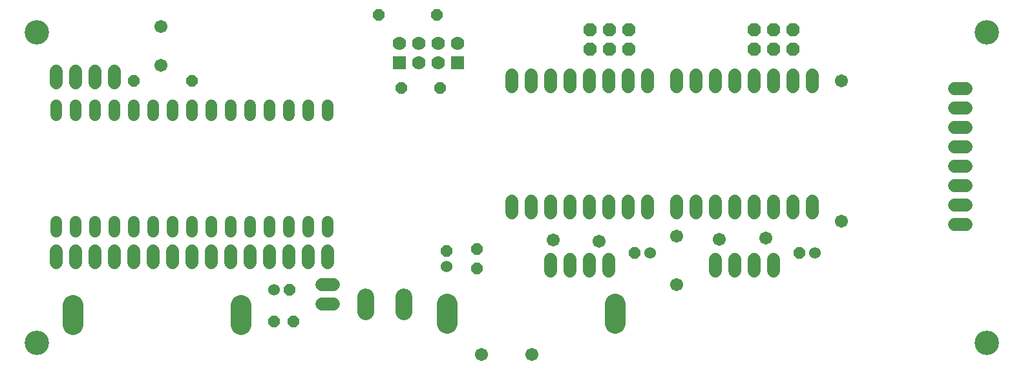
<source format=gbr>
G04 EAGLE Gerber RS-274X export*
G75*
%MOMM*%
%FSLAX34Y34*%
%LPD*%
%INSoldermask Bottom*%
%IPPOS*%
%AMOC8*
5,1,8,0,0,1.08239X$1,22.5*%
G01*
%ADD10C,3.203200*%
%ADD11C,1.727200*%
%ADD12C,1.511200*%
%ADD13C,2.184400*%
%ADD14P,1.869504X8X202.500000*%
%ADD15R,1.778200X1.778200*%
%ADD16C,1.778200*%
%ADD17P,1.649562X8X22.500000*%
%ADD18P,1.649562X8X202.500000*%
%ADD19C,1.524000*%
%ADD20P,1.649562X8X112.500000*%
%ADD21C,2.743200*%
%ADD22C,1.703200*%


D10*
X25400Y711200D03*
X25400Y304800D03*
X1270000Y304800D03*
X1270000Y711200D03*
D11*
X774700Y414020D02*
X774700Y398780D01*
X749300Y398780D02*
X749300Y414020D01*
X723900Y414020D02*
X723900Y398780D01*
X698500Y398780D02*
X698500Y414020D01*
D12*
X406400Y603060D02*
X406400Y616140D01*
X381000Y616140D02*
X381000Y603060D01*
X355600Y603060D02*
X355600Y616140D01*
X330200Y616140D02*
X330200Y603060D01*
X304800Y603060D02*
X304800Y616140D01*
X279400Y616140D02*
X279400Y603060D01*
X254000Y603060D02*
X254000Y616140D01*
X228600Y616140D02*
X228600Y603060D01*
X203200Y603060D02*
X203200Y616140D01*
X177800Y616140D02*
X177800Y603060D01*
X152400Y603060D02*
X152400Y616140D01*
X127000Y616140D02*
X127000Y603060D01*
X406400Y463740D02*
X406400Y450660D01*
X381000Y450660D02*
X381000Y463740D01*
X355600Y463740D02*
X355600Y450660D01*
X203200Y450660D02*
X203200Y463740D01*
X177800Y463740D02*
X177800Y450660D01*
X152400Y450660D02*
X152400Y463740D01*
X127000Y463740D02*
X127000Y450660D01*
X50800Y450660D02*
X50800Y463740D01*
X50800Y603060D02*
X50800Y616140D01*
X76200Y616140D02*
X76200Y603060D01*
X101600Y603060D02*
X101600Y616140D01*
X76200Y463740D02*
X76200Y450660D01*
X101600Y450660D02*
X101600Y463740D01*
X330200Y463740D02*
X330200Y450660D01*
X228600Y450660D02*
X228600Y463740D01*
X254000Y463740D02*
X254000Y450660D01*
X279400Y450660D02*
X279400Y463740D01*
X304800Y463740D02*
X304800Y450660D01*
D11*
X1228090Y637540D02*
X1243330Y637540D01*
X1243330Y612140D02*
X1228090Y612140D01*
X1228090Y586740D02*
X1243330Y586740D01*
X1243330Y561340D02*
X1228090Y561340D01*
X1228090Y535940D02*
X1243330Y535940D01*
X1243330Y510540D02*
X1228090Y510540D01*
X1228090Y485140D02*
X1243330Y485140D01*
X1243330Y459740D02*
X1228090Y459740D01*
X825500Y640080D02*
X825500Y655320D01*
X800100Y655320D02*
X800100Y640080D01*
X774700Y640080D02*
X774700Y655320D01*
X749300Y655320D02*
X749300Y640080D01*
X723900Y640080D02*
X723900Y655320D01*
X698500Y655320D02*
X698500Y640080D01*
X673100Y640080D02*
X673100Y655320D01*
X647700Y655320D02*
X647700Y640080D01*
X825500Y490220D02*
X825500Y474980D01*
X800100Y474980D02*
X800100Y490220D01*
X774700Y490220D02*
X774700Y474980D01*
X749300Y474980D02*
X749300Y490220D01*
X723900Y490220D02*
X723900Y474980D01*
X698500Y474980D02*
X698500Y490220D01*
X673100Y490220D02*
X673100Y474980D01*
X647700Y474980D02*
X647700Y490220D01*
D13*
X506476Y365506D02*
X506476Y345694D01*
X456438Y345694D02*
X456438Y365506D01*
D11*
X1041400Y640080D02*
X1041400Y655320D01*
X1016000Y655320D02*
X1016000Y640080D01*
X990600Y640080D02*
X990600Y655320D01*
X965200Y655320D02*
X965200Y640080D01*
X939800Y640080D02*
X939800Y655320D01*
X914400Y655320D02*
X914400Y640080D01*
X889000Y640080D02*
X889000Y655320D01*
X863600Y655320D02*
X863600Y640080D01*
X1041400Y490220D02*
X1041400Y474980D01*
X1016000Y474980D02*
X1016000Y490220D01*
X990600Y490220D02*
X990600Y474980D01*
X965200Y474980D02*
X965200Y490220D01*
X939800Y490220D02*
X939800Y474980D01*
X914400Y474980D02*
X914400Y490220D01*
X889000Y490220D02*
X889000Y474980D01*
X863600Y474980D02*
X863600Y490220D01*
X990600Y414020D02*
X990600Y398780D01*
X965200Y398780D02*
X965200Y414020D01*
X939800Y414020D02*
X939800Y398780D01*
X914400Y398780D02*
X914400Y414020D01*
D14*
X801370Y715010D03*
X801370Y689610D03*
X775970Y715010D03*
X775970Y689610D03*
X750570Y715010D03*
X750570Y689610D03*
X1016000Y715010D03*
X1016000Y689610D03*
X990600Y715010D03*
X990600Y689610D03*
X965200Y715010D03*
X965200Y689610D03*
D11*
X414020Y355600D02*
X398780Y355600D01*
X398780Y381000D02*
X414020Y381000D01*
D15*
X500380Y671830D03*
D16*
X525780Y671830D03*
X551180Y671830D03*
D15*
X576580Y671830D03*
D16*
X576580Y697230D03*
X551180Y697230D03*
X525780Y697230D03*
X500380Y697230D03*
D17*
X502920Y638810D03*
X553720Y638810D03*
X152400Y647700D03*
X228600Y647700D03*
X473710Y734060D03*
X549910Y734060D03*
D11*
X50800Y660400D02*
X50800Y645160D01*
X76200Y645160D02*
X76200Y660400D01*
X101600Y660400D02*
X101600Y645160D01*
X127000Y645160D02*
X127000Y660400D01*
X50800Y425450D02*
X50800Y410210D01*
X76200Y410210D02*
X76200Y425450D01*
X101600Y425450D02*
X101600Y410210D01*
X127000Y410210D02*
X127000Y425450D01*
X152400Y425450D02*
X152400Y410210D01*
X177800Y410210D02*
X177800Y425450D01*
X203200Y425450D02*
X203200Y410210D01*
X228600Y410210D02*
X228600Y425450D01*
X254000Y425450D02*
X254000Y410210D01*
X279400Y410210D02*
X279400Y425450D01*
X304800Y425450D02*
X304800Y410210D01*
X330200Y410210D02*
X330200Y425450D01*
X355600Y425450D02*
X355600Y410210D01*
X381000Y410210D02*
X381000Y425450D01*
X406400Y425450D02*
X406400Y410210D01*
D18*
X808990Y422910D03*
D19*
X829310Y422910D03*
D18*
X1024890Y422910D03*
D19*
X1045210Y422910D03*
D20*
X562610Y425450D03*
D19*
X562610Y405130D03*
D20*
X601980Y402590D03*
X601980Y427990D03*
D17*
X356870Y374650D03*
D19*
X336550Y374650D03*
D17*
X336550Y332740D03*
X361950Y332740D03*
D21*
X563118Y330200D02*
X563118Y355600D01*
X783082Y355600D02*
X783082Y330200D01*
X292862Y328930D02*
X292862Y354330D01*
X72898Y354330D02*
X72898Y328930D01*
D22*
X762000Y438150D03*
X701950Y439420D03*
X674370Y289560D03*
X608330Y289560D03*
X863600Y444500D03*
X863600Y381000D03*
X1079500Y647700D03*
X1079500Y463910D03*
X980355Y442045D03*
X920080Y440690D03*
X187960Y718820D03*
X187960Y668020D03*
M02*

</source>
